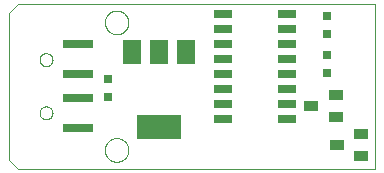
<source format=gtp>
G75*
%MOIN*%
%OFA0B0*%
%FSLAX25Y25*%
%IPPOS*%
%LPD*%
%AMOC8*
5,1,8,0,0,1.08239X$1,22.5*
%
%ADD10C,0.00000*%
%ADD11R,0.05900X0.07900*%
%ADD12R,0.15000X0.07900*%
%ADD13R,0.04543X0.03650*%
%ADD14R,0.06000X0.02500*%
%ADD15R,0.09843X0.03150*%
%ADD16R,0.03150X0.03150*%
D10*
X0058802Y0013831D02*
X0061802Y0010831D01*
X0180849Y0010831D01*
X0180849Y0065949D01*
X0061802Y0065949D01*
X0058802Y0062949D01*
X0058802Y0013831D01*
X0090691Y0017130D02*
X0090693Y0017255D01*
X0090699Y0017380D01*
X0090709Y0017504D01*
X0090723Y0017628D01*
X0090740Y0017752D01*
X0090762Y0017875D01*
X0090788Y0017997D01*
X0090817Y0018119D01*
X0090850Y0018239D01*
X0090888Y0018358D01*
X0090928Y0018477D01*
X0090973Y0018593D01*
X0091021Y0018708D01*
X0091073Y0018822D01*
X0091129Y0018934D01*
X0091188Y0019044D01*
X0091250Y0019152D01*
X0091316Y0019259D01*
X0091385Y0019363D01*
X0091458Y0019464D01*
X0091533Y0019564D01*
X0091612Y0019661D01*
X0091694Y0019755D01*
X0091779Y0019847D01*
X0091866Y0019936D01*
X0091957Y0020022D01*
X0092050Y0020105D01*
X0092146Y0020186D01*
X0092244Y0020263D01*
X0092344Y0020337D01*
X0092447Y0020408D01*
X0092552Y0020475D01*
X0092660Y0020540D01*
X0092769Y0020600D01*
X0092880Y0020658D01*
X0092993Y0020711D01*
X0093107Y0020761D01*
X0093223Y0020808D01*
X0093340Y0020850D01*
X0093459Y0020889D01*
X0093579Y0020925D01*
X0093700Y0020956D01*
X0093822Y0020984D01*
X0093944Y0021007D01*
X0094068Y0021027D01*
X0094192Y0021043D01*
X0094316Y0021055D01*
X0094441Y0021063D01*
X0094566Y0021067D01*
X0094690Y0021067D01*
X0094815Y0021063D01*
X0094940Y0021055D01*
X0095064Y0021043D01*
X0095188Y0021027D01*
X0095312Y0021007D01*
X0095434Y0020984D01*
X0095556Y0020956D01*
X0095677Y0020925D01*
X0095797Y0020889D01*
X0095916Y0020850D01*
X0096033Y0020808D01*
X0096149Y0020761D01*
X0096263Y0020711D01*
X0096376Y0020658D01*
X0096487Y0020600D01*
X0096597Y0020540D01*
X0096704Y0020475D01*
X0096809Y0020408D01*
X0096912Y0020337D01*
X0097012Y0020263D01*
X0097110Y0020186D01*
X0097206Y0020105D01*
X0097299Y0020022D01*
X0097390Y0019936D01*
X0097477Y0019847D01*
X0097562Y0019755D01*
X0097644Y0019661D01*
X0097723Y0019564D01*
X0097798Y0019464D01*
X0097871Y0019363D01*
X0097940Y0019259D01*
X0098006Y0019152D01*
X0098068Y0019044D01*
X0098127Y0018934D01*
X0098183Y0018822D01*
X0098235Y0018708D01*
X0098283Y0018593D01*
X0098328Y0018477D01*
X0098368Y0018358D01*
X0098406Y0018239D01*
X0098439Y0018119D01*
X0098468Y0017997D01*
X0098494Y0017875D01*
X0098516Y0017752D01*
X0098533Y0017628D01*
X0098547Y0017504D01*
X0098557Y0017380D01*
X0098563Y0017255D01*
X0098565Y0017130D01*
X0098563Y0017005D01*
X0098557Y0016880D01*
X0098547Y0016756D01*
X0098533Y0016632D01*
X0098516Y0016508D01*
X0098494Y0016385D01*
X0098468Y0016263D01*
X0098439Y0016141D01*
X0098406Y0016021D01*
X0098368Y0015902D01*
X0098328Y0015783D01*
X0098283Y0015667D01*
X0098235Y0015552D01*
X0098183Y0015438D01*
X0098127Y0015326D01*
X0098068Y0015216D01*
X0098006Y0015108D01*
X0097940Y0015001D01*
X0097871Y0014897D01*
X0097798Y0014796D01*
X0097723Y0014696D01*
X0097644Y0014599D01*
X0097562Y0014505D01*
X0097477Y0014413D01*
X0097390Y0014324D01*
X0097299Y0014238D01*
X0097206Y0014155D01*
X0097110Y0014074D01*
X0097012Y0013997D01*
X0096912Y0013923D01*
X0096809Y0013852D01*
X0096704Y0013785D01*
X0096596Y0013720D01*
X0096487Y0013660D01*
X0096376Y0013602D01*
X0096263Y0013549D01*
X0096149Y0013499D01*
X0096033Y0013452D01*
X0095916Y0013410D01*
X0095797Y0013371D01*
X0095677Y0013335D01*
X0095556Y0013304D01*
X0095434Y0013276D01*
X0095312Y0013253D01*
X0095188Y0013233D01*
X0095064Y0013217D01*
X0094940Y0013205D01*
X0094815Y0013197D01*
X0094690Y0013193D01*
X0094566Y0013193D01*
X0094441Y0013197D01*
X0094316Y0013205D01*
X0094192Y0013217D01*
X0094068Y0013233D01*
X0093944Y0013253D01*
X0093822Y0013276D01*
X0093700Y0013304D01*
X0093579Y0013335D01*
X0093459Y0013371D01*
X0093340Y0013410D01*
X0093223Y0013452D01*
X0093107Y0013499D01*
X0092993Y0013549D01*
X0092880Y0013602D01*
X0092769Y0013660D01*
X0092659Y0013720D01*
X0092552Y0013785D01*
X0092447Y0013852D01*
X0092344Y0013923D01*
X0092244Y0013997D01*
X0092146Y0014074D01*
X0092050Y0014155D01*
X0091957Y0014238D01*
X0091866Y0014324D01*
X0091779Y0014413D01*
X0091694Y0014505D01*
X0091612Y0014599D01*
X0091533Y0014696D01*
X0091458Y0014796D01*
X0091385Y0014897D01*
X0091316Y0015001D01*
X0091250Y0015108D01*
X0091188Y0015216D01*
X0091129Y0015326D01*
X0091073Y0015438D01*
X0091021Y0015552D01*
X0090973Y0015667D01*
X0090928Y0015783D01*
X0090888Y0015902D01*
X0090850Y0016021D01*
X0090817Y0016141D01*
X0090788Y0016263D01*
X0090762Y0016385D01*
X0090740Y0016508D01*
X0090723Y0016632D01*
X0090709Y0016756D01*
X0090699Y0016880D01*
X0090693Y0017005D01*
X0090691Y0017130D01*
X0068920Y0029472D02*
X0068922Y0029565D01*
X0068928Y0029657D01*
X0068938Y0029749D01*
X0068952Y0029840D01*
X0068969Y0029931D01*
X0068991Y0030021D01*
X0069016Y0030110D01*
X0069045Y0030198D01*
X0069078Y0030284D01*
X0069115Y0030369D01*
X0069155Y0030453D01*
X0069199Y0030534D01*
X0069246Y0030614D01*
X0069296Y0030692D01*
X0069350Y0030767D01*
X0069407Y0030840D01*
X0069467Y0030910D01*
X0069530Y0030978D01*
X0069596Y0031043D01*
X0069664Y0031105D01*
X0069735Y0031165D01*
X0069809Y0031221D01*
X0069885Y0031274D01*
X0069963Y0031323D01*
X0070043Y0031370D01*
X0070125Y0031412D01*
X0070209Y0031452D01*
X0070294Y0031487D01*
X0070381Y0031519D01*
X0070469Y0031548D01*
X0070558Y0031572D01*
X0070648Y0031593D01*
X0070739Y0031609D01*
X0070831Y0031622D01*
X0070923Y0031631D01*
X0071016Y0031636D01*
X0071108Y0031637D01*
X0071201Y0031634D01*
X0071293Y0031627D01*
X0071385Y0031616D01*
X0071476Y0031601D01*
X0071567Y0031583D01*
X0071657Y0031560D01*
X0071745Y0031534D01*
X0071833Y0031504D01*
X0071919Y0031470D01*
X0072003Y0031433D01*
X0072086Y0031391D01*
X0072167Y0031347D01*
X0072247Y0031299D01*
X0072324Y0031248D01*
X0072398Y0031193D01*
X0072471Y0031135D01*
X0072541Y0031075D01*
X0072608Y0031011D01*
X0072672Y0030945D01*
X0072734Y0030875D01*
X0072792Y0030804D01*
X0072847Y0030730D01*
X0072899Y0030653D01*
X0072948Y0030574D01*
X0072994Y0030494D01*
X0073036Y0030411D01*
X0073074Y0030327D01*
X0073109Y0030241D01*
X0073140Y0030154D01*
X0073167Y0030066D01*
X0073190Y0029976D01*
X0073210Y0029886D01*
X0073226Y0029795D01*
X0073238Y0029703D01*
X0073246Y0029611D01*
X0073250Y0029518D01*
X0073250Y0029426D01*
X0073246Y0029333D01*
X0073238Y0029241D01*
X0073226Y0029149D01*
X0073210Y0029058D01*
X0073190Y0028968D01*
X0073167Y0028878D01*
X0073140Y0028790D01*
X0073109Y0028703D01*
X0073074Y0028617D01*
X0073036Y0028533D01*
X0072994Y0028450D01*
X0072948Y0028370D01*
X0072899Y0028291D01*
X0072847Y0028214D01*
X0072792Y0028140D01*
X0072734Y0028069D01*
X0072672Y0027999D01*
X0072608Y0027933D01*
X0072541Y0027869D01*
X0072471Y0027809D01*
X0072398Y0027751D01*
X0072324Y0027696D01*
X0072247Y0027645D01*
X0072168Y0027597D01*
X0072086Y0027553D01*
X0072003Y0027511D01*
X0071919Y0027474D01*
X0071833Y0027440D01*
X0071745Y0027410D01*
X0071657Y0027384D01*
X0071567Y0027361D01*
X0071476Y0027343D01*
X0071385Y0027328D01*
X0071293Y0027317D01*
X0071201Y0027310D01*
X0071108Y0027307D01*
X0071016Y0027308D01*
X0070923Y0027313D01*
X0070831Y0027322D01*
X0070739Y0027335D01*
X0070648Y0027351D01*
X0070558Y0027372D01*
X0070469Y0027396D01*
X0070381Y0027425D01*
X0070294Y0027457D01*
X0070209Y0027492D01*
X0070125Y0027532D01*
X0070043Y0027574D01*
X0069963Y0027621D01*
X0069885Y0027670D01*
X0069809Y0027723D01*
X0069735Y0027779D01*
X0069664Y0027839D01*
X0069596Y0027901D01*
X0069530Y0027966D01*
X0069467Y0028034D01*
X0069407Y0028104D01*
X0069350Y0028177D01*
X0069296Y0028252D01*
X0069246Y0028330D01*
X0069199Y0028410D01*
X0069155Y0028491D01*
X0069115Y0028575D01*
X0069078Y0028660D01*
X0069045Y0028746D01*
X0069016Y0028834D01*
X0068991Y0028923D01*
X0068969Y0029013D01*
X0068952Y0029104D01*
X0068938Y0029195D01*
X0068928Y0029287D01*
X0068922Y0029379D01*
X0068920Y0029472D01*
X0068920Y0047189D02*
X0068922Y0047282D01*
X0068928Y0047374D01*
X0068938Y0047466D01*
X0068952Y0047557D01*
X0068969Y0047648D01*
X0068991Y0047738D01*
X0069016Y0047827D01*
X0069045Y0047915D01*
X0069078Y0048001D01*
X0069115Y0048086D01*
X0069155Y0048170D01*
X0069199Y0048251D01*
X0069246Y0048331D01*
X0069296Y0048409D01*
X0069350Y0048484D01*
X0069407Y0048557D01*
X0069467Y0048627D01*
X0069530Y0048695D01*
X0069596Y0048760D01*
X0069664Y0048822D01*
X0069735Y0048882D01*
X0069809Y0048938D01*
X0069885Y0048991D01*
X0069963Y0049040D01*
X0070043Y0049087D01*
X0070125Y0049129D01*
X0070209Y0049169D01*
X0070294Y0049204D01*
X0070381Y0049236D01*
X0070469Y0049265D01*
X0070558Y0049289D01*
X0070648Y0049310D01*
X0070739Y0049326D01*
X0070831Y0049339D01*
X0070923Y0049348D01*
X0071016Y0049353D01*
X0071108Y0049354D01*
X0071201Y0049351D01*
X0071293Y0049344D01*
X0071385Y0049333D01*
X0071476Y0049318D01*
X0071567Y0049300D01*
X0071657Y0049277D01*
X0071745Y0049251D01*
X0071833Y0049221D01*
X0071919Y0049187D01*
X0072003Y0049150D01*
X0072086Y0049108D01*
X0072167Y0049064D01*
X0072247Y0049016D01*
X0072324Y0048965D01*
X0072398Y0048910D01*
X0072471Y0048852D01*
X0072541Y0048792D01*
X0072608Y0048728D01*
X0072672Y0048662D01*
X0072734Y0048592D01*
X0072792Y0048521D01*
X0072847Y0048447D01*
X0072899Y0048370D01*
X0072948Y0048291D01*
X0072994Y0048211D01*
X0073036Y0048128D01*
X0073074Y0048044D01*
X0073109Y0047958D01*
X0073140Y0047871D01*
X0073167Y0047783D01*
X0073190Y0047693D01*
X0073210Y0047603D01*
X0073226Y0047512D01*
X0073238Y0047420D01*
X0073246Y0047328D01*
X0073250Y0047235D01*
X0073250Y0047143D01*
X0073246Y0047050D01*
X0073238Y0046958D01*
X0073226Y0046866D01*
X0073210Y0046775D01*
X0073190Y0046685D01*
X0073167Y0046595D01*
X0073140Y0046507D01*
X0073109Y0046420D01*
X0073074Y0046334D01*
X0073036Y0046250D01*
X0072994Y0046167D01*
X0072948Y0046087D01*
X0072899Y0046008D01*
X0072847Y0045931D01*
X0072792Y0045857D01*
X0072734Y0045786D01*
X0072672Y0045716D01*
X0072608Y0045650D01*
X0072541Y0045586D01*
X0072471Y0045526D01*
X0072398Y0045468D01*
X0072324Y0045413D01*
X0072247Y0045362D01*
X0072168Y0045314D01*
X0072086Y0045270D01*
X0072003Y0045228D01*
X0071919Y0045191D01*
X0071833Y0045157D01*
X0071745Y0045127D01*
X0071657Y0045101D01*
X0071567Y0045078D01*
X0071476Y0045060D01*
X0071385Y0045045D01*
X0071293Y0045034D01*
X0071201Y0045027D01*
X0071108Y0045024D01*
X0071016Y0045025D01*
X0070923Y0045030D01*
X0070831Y0045039D01*
X0070739Y0045052D01*
X0070648Y0045068D01*
X0070558Y0045089D01*
X0070469Y0045113D01*
X0070381Y0045142D01*
X0070294Y0045174D01*
X0070209Y0045209D01*
X0070125Y0045249D01*
X0070043Y0045291D01*
X0069963Y0045338D01*
X0069885Y0045387D01*
X0069809Y0045440D01*
X0069735Y0045496D01*
X0069664Y0045556D01*
X0069596Y0045618D01*
X0069530Y0045683D01*
X0069467Y0045751D01*
X0069407Y0045821D01*
X0069350Y0045894D01*
X0069296Y0045969D01*
X0069246Y0046047D01*
X0069199Y0046127D01*
X0069155Y0046208D01*
X0069115Y0046292D01*
X0069078Y0046377D01*
X0069045Y0046463D01*
X0069016Y0046551D01*
X0068991Y0046640D01*
X0068969Y0046730D01*
X0068952Y0046821D01*
X0068938Y0046912D01*
X0068928Y0047004D01*
X0068922Y0047096D01*
X0068920Y0047189D01*
X0090691Y0059650D02*
X0090693Y0059775D01*
X0090699Y0059900D01*
X0090709Y0060024D01*
X0090723Y0060148D01*
X0090740Y0060272D01*
X0090762Y0060395D01*
X0090788Y0060517D01*
X0090817Y0060639D01*
X0090850Y0060759D01*
X0090888Y0060878D01*
X0090928Y0060997D01*
X0090973Y0061113D01*
X0091021Y0061228D01*
X0091073Y0061342D01*
X0091129Y0061454D01*
X0091188Y0061564D01*
X0091250Y0061672D01*
X0091316Y0061779D01*
X0091385Y0061883D01*
X0091458Y0061984D01*
X0091533Y0062084D01*
X0091612Y0062181D01*
X0091694Y0062275D01*
X0091779Y0062367D01*
X0091866Y0062456D01*
X0091957Y0062542D01*
X0092050Y0062625D01*
X0092146Y0062706D01*
X0092244Y0062783D01*
X0092344Y0062857D01*
X0092447Y0062928D01*
X0092552Y0062995D01*
X0092660Y0063060D01*
X0092769Y0063120D01*
X0092880Y0063178D01*
X0092993Y0063231D01*
X0093107Y0063281D01*
X0093223Y0063328D01*
X0093340Y0063370D01*
X0093459Y0063409D01*
X0093579Y0063445D01*
X0093700Y0063476D01*
X0093822Y0063504D01*
X0093944Y0063527D01*
X0094068Y0063547D01*
X0094192Y0063563D01*
X0094316Y0063575D01*
X0094441Y0063583D01*
X0094566Y0063587D01*
X0094690Y0063587D01*
X0094815Y0063583D01*
X0094940Y0063575D01*
X0095064Y0063563D01*
X0095188Y0063547D01*
X0095312Y0063527D01*
X0095434Y0063504D01*
X0095556Y0063476D01*
X0095677Y0063445D01*
X0095797Y0063409D01*
X0095916Y0063370D01*
X0096033Y0063328D01*
X0096149Y0063281D01*
X0096263Y0063231D01*
X0096376Y0063178D01*
X0096487Y0063120D01*
X0096597Y0063060D01*
X0096704Y0062995D01*
X0096809Y0062928D01*
X0096912Y0062857D01*
X0097012Y0062783D01*
X0097110Y0062706D01*
X0097206Y0062625D01*
X0097299Y0062542D01*
X0097390Y0062456D01*
X0097477Y0062367D01*
X0097562Y0062275D01*
X0097644Y0062181D01*
X0097723Y0062084D01*
X0097798Y0061984D01*
X0097871Y0061883D01*
X0097940Y0061779D01*
X0098006Y0061672D01*
X0098068Y0061564D01*
X0098127Y0061454D01*
X0098183Y0061342D01*
X0098235Y0061228D01*
X0098283Y0061113D01*
X0098328Y0060997D01*
X0098368Y0060878D01*
X0098406Y0060759D01*
X0098439Y0060639D01*
X0098468Y0060517D01*
X0098494Y0060395D01*
X0098516Y0060272D01*
X0098533Y0060148D01*
X0098547Y0060024D01*
X0098557Y0059900D01*
X0098563Y0059775D01*
X0098565Y0059650D01*
X0098563Y0059525D01*
X0098557Y0059400D01*
X0098547Y0059276D01*
X0098533Y0059152D01*
X0098516Y0059028D01*
X0098494Y0058905D01*
X0098468Y0058783D01*
X0098439Y0058661D01*
X0098406Y0058541D01*
X0098368Y0058422D01*
X0098328Y0058303D01*
X0098283Y0058187D01*
X0098235Y0058072D01*
X0098183Y0057958D01*
X0098127Y0057846D01*
X0098068Y0057736D01*
X0098006Y0057628D01*
X0097940Y0057521D01*
X0097871Y0057417D01*
X0097798Y0057316D01*
X0097723Y0057216D01*
X0097644Y0057119D01*
X0097562Y0057025D01*
X0097477Y0056933D01*
X0097390Y0056844D01*
X0097299Y0056758D01*
X0097206Y0056675D01*
X0097110Y0056594D01*
X0097012Y0056517D01*
X0096912Y0056443D01*
X0096809Y0056372D01*
X0096704Y0056305D01*
X0096596Y0056240D01*
X0096487Y0056180D01*
X0096376Y0056122D01*
X0096263Y0056069D01*
X0096149Y0056019D01*
X0096033Y0055972D01*
X0095916Y0055930D01*
X0095797Y0055891D01*
X0095677Y0055855D01*
X0095556Y0055824D01*
X0095434Y0055796D01*
X0095312Y0055773D01*
X0095188Y0055753D01*
X0095064Y0055737D01*
X0094940Y0055725D01*
X0094815Y0055717D01*
X0094690Y0055713D01*
X0094566Y0055713D01*
X0094441Y0055717D01*
X0094316Y0055725D01*
X0094192Y0055737D01*
X0094068Y0055753D01*
X0093944Y0055773D01*
X0093822Y0055796D01*
X0093700Y0055824D01*
X0093579Y0055855D01*
X0093459Y0055891D01*
X0093340Y0055930D01*
X0093223Y0055972D01*
X0093107Y0056019D01*
X0092993Y0056069D01*
X0092880Y0056122D01*
X0092769Y0056180D01*
X0092659Y0056240D01*
X0092552Y0056305D01*
X0092447Y0056372D01*
X0092344Y0056443D01*
X0092244Y0056517D01*
X0092146Y0056594D01*
X0092050Y0056675D01*
X0091957Y0056758D01*
X0091866Y0056844D01*
X0091779Y0056933D01*
X0091694Y0057025D01*
X0091612Y0057119D01*
X0091533Y0057216D01*
X0091458Y0057316D01*
X0091385Y0057417D01*
X0091316Y0057521D01*
X0091250Y0057628D01*
X0091188Y0057736D01*
X0091129Y0057846D01*
X0091073Y0057958D01*
X0091021Y0058072D01*
X0090973Y0058187D01*
X0090928Y0058303D01*
X0090888Y0058422D01*
X0090850Y0058541D01*
X0090817Y0058661D01*
X0090788Y0058783D01*
X0090762Y0058905D01*
X0090740Y0059028D01*
X0090723Y0059152D01*
X0090709Y0059276D01*
X0090699Y0059400D01*
X0090693Y0059525D01*
X0090691Y0059650D01*
D11*
X0099702Y0049731D03*
X0108702Y0049731D03*
X0117702Y0049731D03*
D12*
X0108802Y0024931D03*
D13*
X0159471Y0031831D03*
X0167739Y0035571D03*
X0167739Y0028091D03*
X0176239Y0022571D03*
X0167971Y0018831D03*
X0176239Y0015091D03*
D14*
X0151412Y0027331D03*
X0151412Y0032331D03*
X0151412Y0037331D03*
X0151412Y0042331D03*
X0151412Y0047331D03*
X0151412Y0052331D03*
X0151412Y0057331D03*
X0151412Y0062331D03*
X0130191Y0062331D03*
X0130191Y0057331D03*
X0130191Y0052331D03*
X0130191Y0047331D03*
X0130191Y0042331D03*
X0130191Y0037331D03*
X0130191Y0032331D03*
X0130191Y0027331D03*
D15*
X0081912Y0024551D03*
X0081912Y0034287D03*
X0081912Y0042374D03*
X0081912Y0052310D03*
D16*
X0091802Y0040783D03*
X0091802Y0034878D03*
X0164802Y0042878D03*
X0164802Y0048783D03*
X0164802Y0055878D03*
X0164802Y0061783D03*
M02*

</source>
